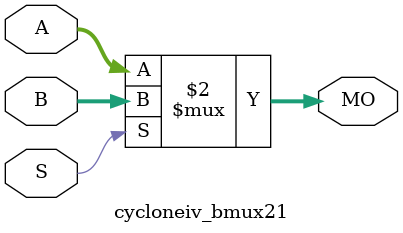
<source format=v>
module cycloneiv_bmux21 (MO, A, B, S);
   input [15:0] A, B;
   input 	S;
   output [15:0] MO; 
   assign MO = (S == 1) ? B : A; 
endmodule
</source>
